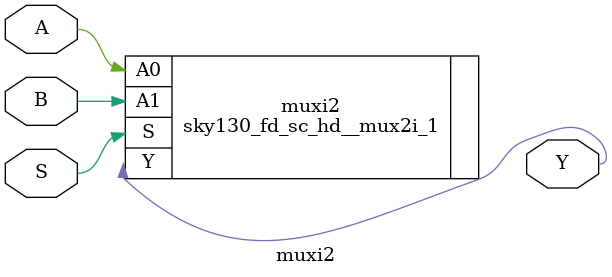
<source format=v>
module inverter
(
    Y, A
);
    output Y;
    input A;

    sky130_fd_sc_hd__inv_1 inverter(.Y(Y), .A(A));

endmodule

// Buffer
module buffer
(
    Y, A
);
    output Y;
    input A;

    sky130_fd_sc_hd__buf_1 buffer(.X(Y), .A(A));

endmodule

// NAND2
module nand2
(
    Y, A, B
);
    output Y;
    input A, B;

    sky130_fd_sc_hd__nand2_1 nand2(.Y(Y), .A(A), .B(B));

endmodule

// NOR2
module nor2
(
    Y, A, B
);
    output Y;
    input A, B;

    sky130_fd_sc_hd__nor2_1 nor2(.Y(Y), .A(A), .B(B));

endmodule

// AND2
module and2
(
    Y, A, B
);
    output Y;
    input A, B;

    sky130_fd_sc_hd__and2_1 and2(.X(Y), .A(A), .B(B));

endmodule

// OR2
module or2
(
    Y, A, B
);
    output Y;
    input A, B;

    sky130_fd_sc_hd__or2_1 or2(.X(Y), .A(A), .B(B));

endmodule

// NAND3
module nand3
(
    Y, A, B, C
);
    output Y;
    input A, B, C;

    sky130_fd_sc_hd__nand3_1 nand3(.Y(Y), .A(A), .B(B), .C(C));

endmodule

// NOR3
module nor3
(
    Y, A, B, C
);
    output Y;
    input A, B, C;

    sky130_fd_sc_hd__nor3_1 nor3(.Y(Y), .A(A), .B(B), .C(C));

endmodule

// AND3
module and3
(
    Y, A, B, C
);
    output Y;
    input A, B, C;

    sky130_fd_sc_hd__and3_1 and3(.X(Y), .A(A), .B(B), .C(C));

endmodule

// OR3
module or3
(
    Y, A, B, C
);
    output Y;
    input A, B, C;

    sky130_fd_sc_hd__or3_1 or3(.X(Y), .A(A), .B(B), .C(C));

endmodule

// NAND4
module nand4
(
    Y, A, B, C, D
);
    output Y;
    input A, B, C, D;

    sky130_fd_sc_hd__nand4_1 nand4(.Y(Y), .A(A), .B(B), .C(C), .D(D));

endmodule

// NOR4
module nor4
(
    Y, A, B, C, D
);
    output Y;
    input A, B, C, D;

    sky130_fd_sc_hd__nor4_1 nor4(.Y(Y), .A(A), .B(B), .C(C), .D(D));

endmodule

// AND4
module and4
(
    Y, A, B, C, D
);
    output Y;
    input A, B, C, D;

    sky130_fd_sc_hd__and4_1 and4(.X(Y), .A(A), .B(B), .C(C), .D(D));

endmodule

// OR4
module or4
(
    Y, A, B, C, D
);
    output Y;
    input A, B, C, D;

    sky130_fd_sc_hd__or4_1 or4(.X(Y), .A(A), .B(B), .C(C), .D(D));

endmodule

// NAND2B
module nand2b
(
    Y, A, B
);
    output Y;
    input A, B;

    sky130_fd_sc_hd__nand2b_1 nand2b(.Y(Y), .A_N(A), .B(B));

endmodule

// NOR2B
module nor2b
(
    Y, A, B
);
    output Y;
    input A, B;

    sky130_fd_sc_hd__nor2b_1 nor2b(.Y(Y), .A(B), .B_N(A));

endmodule

// AO21
module ao21
(
    Y, A0, A1, B0
);
    output Y;
    input A0, A1, B0;

    sky130_fd_sc_hd__a21o_1 ao21(.X(Y), .A1(A0), .A2(A1), .B1(B0));

endmodule

// OA21
module oa21
(
    Y, A0, A1, B0
);
    output Y;
    input A0, A1, B0;

    sky130_fd_sc_hd__o21a_1 oa21(.X(Y), .A1(A0), .A2(A1), .B1(B0));

endmodule

// AOI21
module aoi21
(
    Y, A0, A1, B0
);
    output Y;
    input A0, A1, B0;

    sky130_fd_sc_hd__a21oi_1 aoi21(.Y(Y), .A1(A0), .A2(A1), .B1(B0));

endmodule

// OAI21
module oai21
(
    Y, A0, A1, B0
);
    output Y;
    input A0, A1, B0;

    sky130_fd_sc_hd__o21ai_1 oai21(.X(Y), .A1(A0), .A2(A1), .B1(B0));

endmodule

// AO22
module ao22
(
    Y, A0, A1, B0, B1
);
    output Y;
    input A0, A1, B0, B1;

    sky130_fd_sc_hd__a22o_1 ao22(.X(Y), .A1(A0), .A2(A1), .B1(B0), .B2(B1));

endmodule

// OA22
module oa22
(
    Y, A0, A1, B0, B1
);
    output Y;
    input A0, A1, B0, B1;

    sky130_fd_sc_hd__o22a_1 oa22(.X(Y), .A1(A0), .A2(A1), .B1(B0), .B2(B1));

endmodule

// AOI22
module aoi22
(
    Y, A0, A1, B0, B1
);
    output Y;
    input A0, A1, B0, B1;

    sky130_fd_sc_hd__a22oi_1 aoi22(.Y(Y), .A1(A0), .A2(A1), .B1(B0), .B2(B1));

endmodule

// OAI22
module oai22
(
    Y, A0, A1, B0, B1
);
    output Y;
    input A0, A1, B0, B1;

    sky130_fd_sc_hd__o22ai_1 oai22(.Y(Y), .A1(A0), .A2(A1), .B1(B0), .B2(B1));

endmodule

// XOR2
module xor2
(
    Y, A, B
);
    output Y;
    input A, B;

    sky130_fd_sc_hd__xor2_1 xor2(.X(Y), .A(A), .B(B));

endmodule

// XNOR2
module xnor2
(
    Y, A, B
);
    output Y;
    input A, B;

    sky130_fd_sc_hd__xnor2_1 xnor2(.Y(Y), .A(A), .B(B));

endmodule

// MUX2
module mux2
(
    Y, S, A, B
);
    output Y;
    input S, A, B;

    sky130_fd_sc_hd__mux2_1 mux2(.X(Y), .S(S), .A0(A), .A1(B));

endmodule

// MUX2I
module muxi2
(
    Y, S, A, B
);
    output Y;
    input S, A, B;

    sky130_fd_sc_hd__mux2i_1 muxi2(.Y(Y), .S(S), .A0(A), .A1(B));

endmodule

</source>
